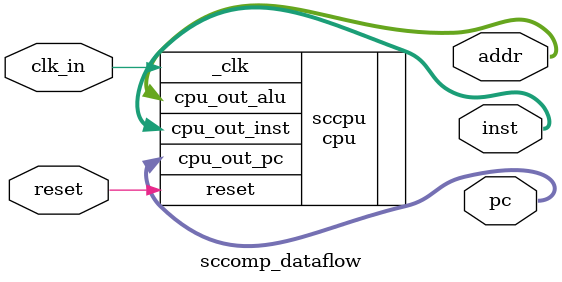
<source format=v>
`timescale 1ns / 1ps


module sccomp_dataflow(
//input [15:0]sw,
input clk_in, 
input reset, 
//output [7:0]o_seg,
//output [7:0]o_sel,
//output [2:0] r,    
//output [2:0] g,    
//output [1:0] b,    
//output hs,    
//output vs  
output[31:0]inst, 
output[31:0]pc, 
output[31:0]addr
);
//cpu sccpu(.sw(sw),._clk(clk_in),.reset(reset),.o_seg(o_seg),.o_sel(o_sel),.r(r),.g(g),.b(b),.hs(hs),.vs(vs));//.cpu_out_inst(inst),.cpu_out_pc(pc),.cpu_out_alu(addr));

cpu sccpu(._clk(clk_in),.reset(reset),.cpu_out_inst(inst),.cpu_out_pc(pc),.cpu_out_alu(addr));
endmodule

</source>
